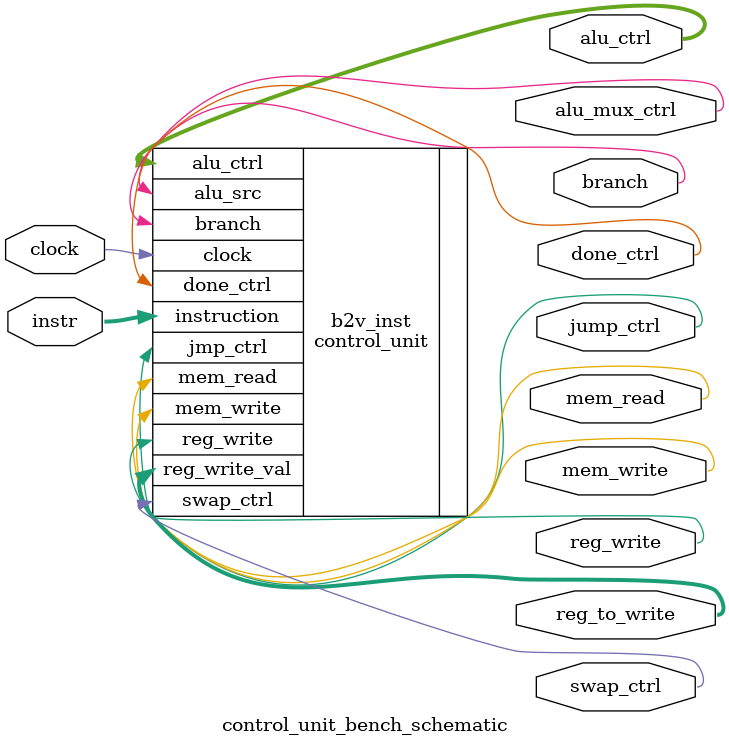
<source format=v>


module control_unit_bench_schematic(
	clock,
	instr,
	alu_mux_ctrl,
	mem_write,
	mem_read,
	branch,
	reg_write,
	swap_ctrl,
	done_ctrl,
	jump_ctrl,
	alu_ctrl,
	reg_to_write
);


input	clock;
input	[8:0] instr;
output	alu_mux_ctrl;
output	mem_write;
output	mem_read;
output	branch;
output	reg_write;
output	swap_ctrl;
output	done_ctrl;
output	jump_ctrl;
output	[6:0] alu_ctrl;
output	[2:0] reg_to_write;






control_unit	b2v_inst(
	.clock(clock),
	.instruction(instr),
	.alu_src(alu_mux_ctrl),
	.mem_write(mem_write),
	.mem_read(mem_read),
	.branch(branch),
	.reg_write(reg_write),
	.swap_ctrl(swap_ctrl),
	.done_ctrl(done_ctrl),
	.jmp_ctrl(jump_ctrl),
	.alu_ctrl(alu_ctrl),
	.reg_write_val(reg_to_write));


endmodule

</source>
